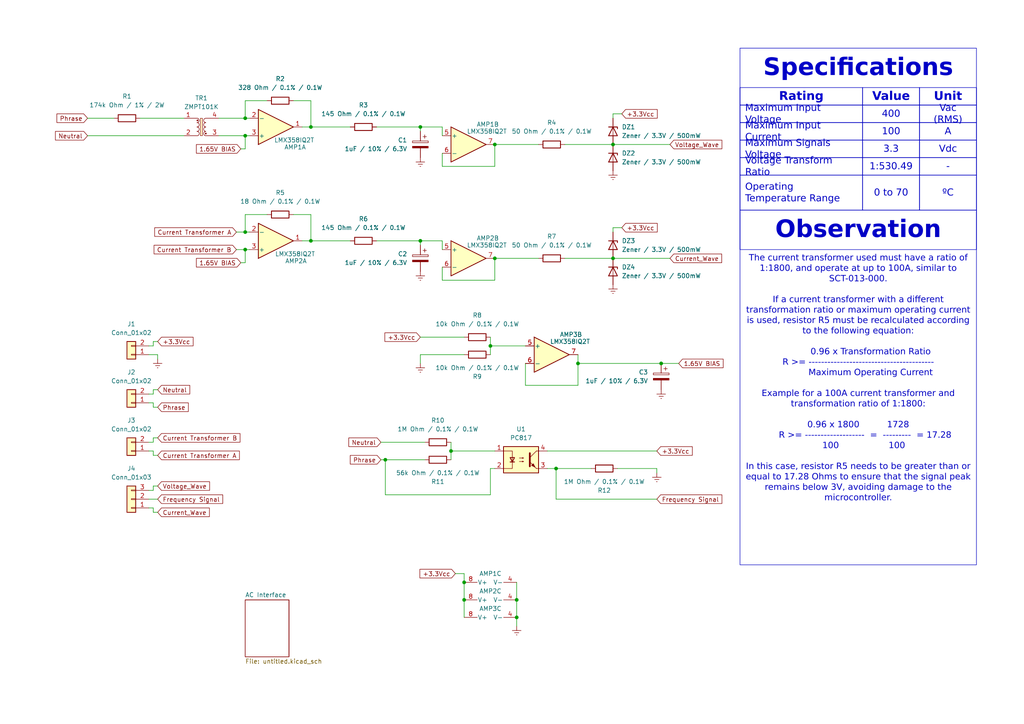
<source format=kicad_sch>
(kicad_sch (version 20231120) (generator "eeschema") (generator_version "8.0")
  (paper "A4")
  (title_block (title "Energy Module") (date "25/03/2025") (rev "2.0") (company "Lucas Rayan Guerra da Silva"))
  (lib_symbols
    (symbol "Amplifier_Operational:TL082" (pin_names (offset 0.127))
      (property "Reference" "U" (at 0 5.08 0))
      (property "Value" "TL082" (at 0 -5.08 0))
      (symbol "TL082_1_1"
        (polyline (pts (xy -5.08 5.08) (xy 5.08 0) (xy -5.08 -5.08) (xy -5.08 5.08)) (stroke (width 0.254)) (fill (type background)))
        (pin output line (at 7.62 0 180) (length 2.54) (name "~") (number "1"))
        (pin input line (at -7.62 -2.54 0) (length 2.54) (name "-") (number "2"))
        (pin input line (at -7.62 2.54 0) (length 2.54) (name "+") (number "3"))
      )
      (symbol "TL082_2_1"
        (polyline (pts (xy -5.08 5.08) (xy 5.08 0) (xy -5.08 -5.08) (xy -5.08 5.08)) (stroke (width 0.254)) (fill (type background)))
        (pin input line (at -7.62 2.54 0) (length 2.54) (name "+") (number "5"))
        (pin input line (at -7.62 -2.54 0) (length 2.54) (name "-") (number "6"))
        (pin output line (at 7.62 0 180) (length 2.54) (name "~") (number "7"))
      )
      (symbol "TL082_3_1"
        (pin power_in line (at -2.54 -7.62 90) (length 3.81) (name "V-") (number "4"))
        (pin power_in line (at -2.54 7.62 270) (length 3.81) (name "V+") (number "8"))
      )
    )
    (symbol "Connector_Generic:Conn_01x02" (pin_names (offset 1.016) hide)
      (property "Reference" "J" (at 0 2.54 0))
      (property "Value" "Conn_01x02" (at 0 -5.08 0))
      (symbol "Conn_01x02_1_1"
        (rectangle (start -1.27 -2.413) (end 0 -2.667) (stroke (width 0.1524)))
        (rectangle (start -1.27 0.127) (end 0 -0.127) (stroke (width 0.1524)))
        (rectangle (start -1.27 1.27) (end 1.27 -3.81) (stroke (width 0.254)) (fill (type background)))
        (pin passive line (at -5.08 0 0) (length 3.81) (name "Pin_1") (number "1"))
        (pin passive line (at -5.08 -2.54 0) (length 3.81) (name "Pin_2") (number "2"))
      )
    )
    (symbol "Connector_Generic:Conn_01x03" (pin_names (offset 1.016) hide)
      (property "Reference" "J" (at 0 5.08 0))
      (property "Value" "Conn_01x03" (at 0 -5.08 0))
      (symbol "Conn_01x03_1_1"
        (rectangle (start -1.27 -2.413) (end 0 -2.667) (stroke (width 0.1524)))
        (rectangle (start -1.27 0.127) (end 0 -0.127) (stroke (width 0.1524)))
        (rectangle (start -1.27 2.667) (end 0 2.413) (stroke (width 0.1524)))
        (rectangle (start -1.27 3.81) (end 1.27 -3.81) (stroke (width 0.254)) (fill (type background)))
        (pin passive line (at -5.08 2.54 0) (length 3.81) (name "Pin_1") (number "1"))
        (pin passive line (at -5.08 0 0) (length 3.81) (name "Pin_2") (number "2"))
        (pin passive line (at -5.08 -2.54 0) (length 3.81) (name "Pin_3") (number "3"))
      )
    )
    (symbol "Device:C_Polarized" (pin_numbers hide) (pin_names (offset 0.254))
      (property "Reference" "C" (at 0.635 2.54 0))
      (property "Value" "C_Polarized" (at 0.635 -2.54 0))
      (symbol "C_Polarized_0_1"
        (rectangle (start -2.286 0.508) (end 2.286 1.016))
        (polyline (pts (xy -1.778 2.286) (xy -0.762 2.286)))
        (polyline (pts (xy -1.27 2.794) (xy -1.27 1.778)))
        (rectangle (start 2.286 -0.508) (end -2.286 -1.016) (fill (type outline)))
      )
      (symbol "C_Polarized_1_1"
        (pin passive line (at 0 3.81 270) (length 2.794) (name "~") (number "1"))
        (pin passive line (at 0 -3.81 90) (length 2.794) (name "~") (number "2"))
      )
    )
    (symbol "Device:D_Zener" (pin_numbers hide) (pin_names (offset 1.016) hide)
      (property "Reference" "D" (at 0 2.54 0))
      (property "Value" "D_Zener" (at 0 -2.54 0))
      (symbol "D_Zener_0_1"
        (polyline (pts (xy 1.27 0) (xy -1.27 0)))
        (polyline (pts (xy -1.27 -1.27) (xy -1.27 1.27) (xy -0.762 1.27)) (stroke (width 0.254)))
        (polyline (pts (xy 1.27 -1.27) (xy 1.27 1.27) (xy -1.27 0) (xy 1.27 -1.27)) (stroke (width 0.254)))
      )
      (symbol "D_Zener_1_1"
        (pin passive line (at -3.81 0 0) (length 2.54) (name "K") (number "1"))
        (pin passive line (at 3.81 0 180) (length 2.54) (name "A") (number "2"))
      )
    )
    (symbol "Device:R" (pin_numbers hide) (pin_names (offset 0))
      (property "Reference" "R" (at 2.032 0 90))
      (property "Value" "R" (at 0 0 90))
      (symbol "R_0_1"
        (rectangle (start -1.016 -2.54) (end 1.016 2.54) (stroke (width 0.254)))
      )
      (symbol "R_1_1"
        (pin passive line (at 0 3.81 270) (length 1.27) (name "~") (number "1"))
        (pin passive line (at 0 -3.81 90) (length 1.27) (name "~") (number "2"))
      )
    )
    (symbol "Isolator:PC817" (pin_names (offset 1.016))
      (property "Reference" "U" (at -5.08 5.08 0))
      (property "Value" "PC817" (at 0 5.08 0))
      (symbol "PC817_0_1"
        (rectangle (start -5.08 3.81) (end 5.08 -3.81) (stroke (width 0.254)) (fill (type background)))
        (polyline (pts (xy -3.175 -0.635) (xy -1.905 -0.635)) (stroke (width 0.254)))
        (polyline (pts (xy 2.54 0.635) (xy 4.445 2.54)))
        (polyline (pts (xy 4.445 -2.54) (xy 2.54 -0.635)) (fill (type outline)))
        (polyline (pts (xy 4.445 -2.54) (xy 5.08 -2.54)))
        (polyline (pts (xy 4.445 2.54) (xy 5.08 2.54)))
        (polyline (pts (xy -5.08 2.54) (xy -2.54 2.54) (xy -2.54 -0.635)))
        (polyline (pts (xy -2.54 -0.635) (xy -2.54 -2.54) (xy -5.08 -2.54)))
        (polyline (pts (xy 2.54 1.905) (xy 2.54 -1.905) (xy 2.54 -1.905)) (stroke (width 0.508)))
        (polyline (pts (xy -2.54 -0.635) (xy -3.175 0.635) (xy -1.905 0.635) (xy -2.54 -0.635)) (stroke (width 0.254)))
        (polyline (pts (xy -0.508 -0.508) (xy 0.762 -0.508) (xy 0.381 -0.635) (xy 0.381 -0.381) (xy 0.762 -0.508)))
        (polyline (pts (xy -0.508 0.508) (xy 0.762 0.508) (xy 0.381 0.381) (xy 0.381 0.635) (xy 0.762 0.508)))
        (polyline (pts (xy 3.048 -1.651) (xy 3.556 -1.143) (xy 4.064 -2.159) (xy 3.048 -1.651) (xy 3.048 -1.651)) (fill (type outline)))
      )
      (symbol "PC817_1_1"
        (pin passive line (at -7.62 2.54 0) (length 2.54) (name "~") (number "1"))
        (pin passive line (at -7.62 -2.54 0) (length 2.54) (name "~") (number "2"))
        (pin passive line (at 7.62 -2.54 180) (length 2.54) (name "~") (number "3"))
        (pin passive line (at 7.62 2.54 180) (length 2.54) (name "~") (number "4"))
      )
    )
    (symbol "Transformer:ZMPT101K"
      (property "Reference" "TR" (at 0 4.445 0))
      (property "Value" "ZMPT101K" (at 0 -4.445 0))
      (symbol "ZMPT101K_0_1"
        (polyline (pts (xy -1.27 -2.54) (xy -2.54 -2.54)))
        (polyline (pts (xy -1.27 2.54) (xy -2.54 2.54)))
        (polyline (pts (xy 1.27 -2.54) (xy 2.54 -2.54)))
        (polyline (pts (xy 1.27 2.54) (xy 2.54 2.54)))
      )
      (symbol "ZMPT101K_1_1"
        (arc (start -1.27 -2.54) (mid -0.6377 -1.905) (end -1.27 -1.27))
        (arc (start -1.27 -1.27) (mid -0.6377 -0.635) (end -1.27 0))
        (arc (start -1.27 0) (mid -0.6377 0.635) (end -1.27 1.27))
        (arc (start -1.27 1.27) (mid -0.6377 1.905) (end -1.27 2.54))
        (circle (center -1.143 1.905) (radius 0.127) (stroke (width 0.254)))
        (rectangle (start -0.254 2.54) (end 0.254 -2.54) (fill (type background)))
        (circle (center 1.27 -1.905) (radius 0.127) (stroke (width 0.254)))
        (arc (start 1.27 -1.27) (mid 0.6377 -1.905) (end 1.27 -2.54))
        (arc (start 1.27 0) (mid 0.6377 -0.635) (end 1.27 -1.27))
        (arc (start 1.27 1.27) (mid 0.6377 0.635) (end 1.27 0))
        (arc (start 1.27 2.54) (mid 0.6377 1.905) (end 1.27 1.27))
        (pin passive line (at -5.08 2.54 0) (length 2.54) (name "~") (number "1"))
        (pin passive line (at -5.08 -2.54 0) (length 2.54) (name "~") (number "2"))
        (pin passive line (at 5.08 -2.54 180) (length 2.54) (name "~") (number "3"))
        (pin passive line (at 5.08 2.54 180) (length 2.54) (name "~") (number "4"))
      )
    )
    (symbol "power:Earth" (power) (pin_names (offset 0))
      (symbol "Earth_0_1"
        (polyline (pts (xy -0.635 -1.905) (xy 0.635 -1.905)))
        (polyline (pts (xy -0.127 -2.54) (xy 0.127 -2.54)))
        (polyline (pts (xy 0 -1.27) (xy 0 0)))
        (polyline (pts (xy 1.27 -1.27) (xy -1.27 -1.27)))
      )
      (symbol "Earth_1_1"
        (pin power_in line (at 0 0 270) (length 0) hide (name "Earth") (number "1"))
      )
    )
  )
  (junction (at 111.76 133.35))
  (junction (at 167.64 105.41))
  (junction (at 90.17 69.85))
  (junction (at 191.77 105.41))
  (junction (at 90.17 36.83))
  (junction (at 149.86 179.07))
  (junction (at 143.51 74.93))
  (junction (at 71.12 72.39))
  (junction (at 149.86 173.99))
  (junction (at 177.8 74.93))
  (junction (at 134.62 168.91))
  (junction (at 134.62 173.99))
  (junction (at 161.29 135.89))
  (junction (at 143.51 41.91))
  (junction (at 130.81 130.81))
  (junction (at 177.8 41.91))
  (junction (at 142.24 100.33))
  (junction (at 121.92 36.83))
  (junction (at 121.92 69.85))
  (junction (at 71.12 39.37))
  (junction (at 71.12 34.29))
  (junction (at 71.12 67.31))
  (wire (pts (xy 90.17 69.85) (xy 87.63 69.85)))
  (wire (pts (xy 180.34 33.02) (xy 177.8 33.02)))
  (wire (pts (xy 85.09 62.23) (xy 90.17 62.23)))
  (wire (pts (xy 130.81 130.81) (xy 143.51 130.81)))
  (wire (pts (xy 111.76 143.51) (xy 142.24 143.51)))
  (wire (pts (xy 152.4 105.41) (xy 152.4 111.76)))
  (wire (pts (xy 85.09 29.21) (xy 90.17 29.21)))
  (wire (pts (xy 134.62 166.37) (xy 134.62 168.91)))
  (wire (pts (xy 25.4 34.29) (xy 33.02 34.29)))
  (wire (pts (xy 149.86 168.91) (xy 149.86 173.99)))
  (wire (pts (xy 44.45 140.97) (xy 45.72 140.97)))
  (wire (pts (xy 143.51 41.91) (xy 143.51 48.26)))
  (wire (pts (xy 142.24 100.33) (xy 142.24 102.87)))
  (wire (pts (xy 109.22 69.85) (xy 121.92 69.85)))
  (wire (pts (xy 109.22 36.83) (xy 121.92 36.83)))
  (wire (pts (xy 121.92 69.85) (xy 128.27 69.85)))
  (wire (pts (xy 163.83 74.93) (xy 177.8 74.93)))
  (wire (pts (xy 90.17 69.85) (xy 101.6 69.85)))
  (wire (pts (xy 44.45 118.11) (xy 44.45 116.84)))
  (wire (pts (xy 111.76 133.35) (xy 123.19 133.35)))
  (wire (pts (xy 44.45 100.33) (xy 43.18 100.33)))
  (wire (pts (xy 44.45 99.06) (xy 44.45 100.33)))
  (wire (pts (xy 134.62 179.07) (xy 134.62 173.99)))
  (wire (pts (xy 45.72 102.87) (xy 45.72 104.14)))
  (wire (pts (xy 69.85 76.2) (xy 71.12 76.2)))
  (wire (pts (xy 71.12 34.29) (xy 72.39 34.29)))
  (wire (pts (xy 121.92 105.41) (xy 121.92 102.87)))
  (wire (pts (xy 177.8 74.93) (xy 194.31 74.93)))
  (wire (pts (xy 45.72 132.08) (xy 44.45 132.08)))
  (wire (pts (xy 90.17 36.83) (xy 87.63 36.83)))
  (wire (pts (xy 44.45 114.3) (xy 43.18 114.3)))
  (wire (pts (xy 44.45 148.59) (xy 45.72 148.59)))
  (wire (pts (xy 44.45 147.32) (xy 44.45 148.59)))
  (wire (pts (xy 71.12 76.2) (xy 71.12 72.39)))
  (wire (pts (xy 69.85 43.18) (xy 71.12 43.18)))
  (wire (pts (xy 161.29 135.89) (xy 161.29 144.78)))
  (wire (pts (xy 143.51 41.91) (xy 156.21 41.91)))
  (wire (pts (xy 71.12 29.21) (xy 77.47 29.21)))
  (wire (pts (xy 71.12 67.31) (xy 72.39 67.31)))
  (wire (pts (xy 71.12 62.23) (xy 77.47 62.23)))
  (wire (pts (xy 111.76 133.35) (xy 110.49 133.35)))
  (wire (pts (xy 191.77 105.41) (xy 196.85 105.41)))
  (wire (pts (xy 68.58 67.31) (xy 71.12 67.31)))
  (wire (pts (xy 180.34 66.04) (xy 177.8 66.04)))
  (wire (pts (xy 43.18 147.32) (xy 44.45 147.32)))
  (wire (pts (xy 163.83 41.91) (xy 177.8 41.91)))
  (wire (pts (xy 45.72 113.03) (xy 44.45 113.03)))
  (wire (pts (xy 44.45 130.81) (xy 43.18 130.81)))
  (wire (pts (xy 71.12 72.39) (xy 72.39 72.39)))
  (wire (pts (xy 111.76 133.35) (xy 111.76 143.51)))
  (wire (pts (xy 121.92 102.87) (xy 134.62 102.87)))
  (wire (pts (xy 71.12 43.18) (xy 71.12 39.37)))
  (wire (pts (xy 167.64 102.87) (xy 167.64 105.41)))
  (wire (pts (xy 110.49 128.27) (xy 123.19 128.27)))
  (wire (pts (xy 142.24 135.89) (xy 142.24 143.51)))
  (wire (pts (xy 158.75 130.81) (xy 190.5 130.81)))
  (wire (pts (xy 71.12 62.23) (xy 71.12 67.31)))
  (wire (pts (xy 90.17 36.83) (xy 101.6 36.83)))
  (wire (pts (xy 90.17 62.23) (xy 90.17 69.85)))
  (wire (pts (xy 44.45 132.08) (xy 44.45 130.81)))
  (wire (pts (xy 161.29 144.78) (xy 190.5 144.78)))
  (wire (pts (xy 143.51 135.89) (xy 142.24 135.89)))
  (wire (pts (xy 190.5 135.89) (xy 190.5 137.16)))
  (wire (pts (xy 121.92 97.79) (xy 134.62 97.79)))
  (wire (pts (xy 143.51 74.93) (xy 156.21 74.93)))
  (wire (pts (xy 142.24 100.33) (xy 152.4 100.33)))
  (wire (pts (xy 121.92 36.83) (xy 128.27 36.83)))
  (wire (pts (xy 167.64 105.41) (xy 191.77 105.41)))
  (wire (pts (xy 121.92 69.85) (xy 121.92 71.12)))
  (wire (pts (xy 143.51 74.93) (xy 143.51 81.28)))
  (wire (pts (xy 167.64 111.76) (xy 167.64 105.41)))
  (wire (pts (xy 179.07 135.89) (xy 190.5 135.89)))
  (wire (pts (xy 149.86 179.07) (xy 149.86 181.61)))
  (wire (pts (xy 128.27 36.83) (xy 128.27 39.37)))
  (wire (pts (xy 130.81 130.81) (xy 130.81 133.35)))
  (wire (pts (xy 43.18 144.78) (xy 45.72 144.78)))
  (wire (pts (xy 128.27 77.47) (xy 128.27 81.28)))
  (wire (pts (xy 158.75 135.89) (xy 161.29 135.89)))
  (wire (pts (xy 63.5 39.37) (xy 71.12 39.37)))
  (wire (pts (xy 132.08 166.37) (xy 134.62 166.37)))
  (wire (pts (xy 44.45 116.84) (xy 43.18 116.84)))
  (wire (pts (xy 128.27 48.26) (xy 143.51 48.26)))
  (wire (pts (xy 130.81 128.27) (xy 130.81 130.81)))
  (wire (pts (xy 152.4 111.76) (xy 167.64 111.76)))
  (wire (pts (xy 128.27 69.85) (xy 128.27 72.39)))
  (wire (pts (xy 43.18 142.24) (xy 44.45 142.24)))
  (wire (pts (xy 121.92 36.83) (xy 121.92 38.1)))
  (wire (pts (xy 142.24 97.79) (xy 142.24 100.33)))
  (wire (pts (xy 43.18 102.87) (xy 45.72 102.87)))
  (wire (pts (xy 44.45 113.03) (xy 44.45 114.3)))
  (wire (pts (xy 161.29 135.89) (xy 171.45 135.89)))
  (wire (pts (xy 90.17 29.21) (xy 90.17 36.83)))
  (wire (pts (xy 177.8 41.91) (xy 194.31 41.91)))
  (wire (pts (xy 25.4 39.37) (xy 53.34 39.37)))
  (wire (pts (xy 63.5 34.29) (xy 71.12 34.29)))
  (wire (pts (xy 177.8 33.02) (xy 177.8 34.29)))
  (wire (pts (xy 71.12 39.37) (xy 72.39 39.37)))
  (wire (pts (xy 45.72 118.11) (xy 44.45 118.11)))
  (wire (pts (xy 71.12 29.21) (xy 71.12 34.29)))
  (wire (pts (xy 128.27 44.45) (xy 128.27 48.26)))
  (wire (pts (xy 45.72 99.06) (xy 44.45 99.06)))
  (wire (pts (xy 68.58 72.39) (xy 71.12 72.39)))
  (wire (pts (xy 45.72 127) (xy 44.45 127)))
  (wire (pts (xy 149.86 173.99) (xy 149.86 179.07)))
  (wire (pts (xy 134.62 173.99) (xy 134.62 168.91)))
  (wire (pts (xy 44.45 127) (xy 44.45 128.27)))
  (wire (pts (xy 44.45 128.27) (xy 43.18 128.27)))
  (wire (pts (xy 44.45 142.24) (xy 44.45 140.97)))
  (wire (pts (xy 128.27 81.28) (xy 143.51 81.28)))
  (wire (pts (xy 40.64 34.29) (xy 53.34 34.29)))
  (wire (pts (xy 177.8 66.04) (xy 177.8 67.31)))
  (rectangle (start 214.63 60.96) (end 283.21 72.39))
  (rectangle (start 214.63 13.97) (end 283.21 163.83))
  (text_box "Value" (at 250.19 25.4 0) (size 16.51 5.08) (effects (font (size 2.5 2.5) (thickness 0.5) (bold yes))))
  (text_box "Maximum Signals Voltage" (at 214.63 40.64 0) (size 35.56 5.08) (effects (font (size 2 2)) (justify left)))
  (text_box "1:530.49" (at 250.19 45.72 0) (size 16.51 5.08) (effects (font (size 2 2))))
  (text_box "A" (at 266.7 35.56 0) (size 16.51 5.08) (effects (font (size 2 2))))
  (text_box "Operating Temperature Range" (at 214.63 50.8 0) (size 35.56 10.16) (effects (font (size 2 2)) (justify left)))
  (text_box "The current transformer used must have a ratio of 1:1800, and operate at up to 100A, similar to SCT-013-000.\n\nIf a current transformer with a different transformation ratio or maximum operating current is used, resistor R5 must be recalculated according to the following equation:\n\n         0.96 x Transformation Ratio\nR >= ----------------------------------------\n         Maximum Operating Current\n\nExample for a 100A current transformer and transformation ratio of 1:1800:\n\n0.96 x 1800          1728\n     R >= -------------------  =  ---------  = 17.28\n    100                  100 \n\nIn this case, resistor R5 needs to be greater than or equal to 17.28 Ohms to ensure that the signal peak remains below 3V, avoiding damage to the microcontroller." (at 214.63 72.39 0) (size 68.58 92.71) (stroke (width -0.0001)) (effects (font (size 1.8 1.8)) (justify top)))
  (text_box "-" (at 266.7 45.72 0) (size 16.51 5.08) (effects (font (size 2 2))))
  (text_box "Observation" (at 214.63 60.96 0) (size 68.58 11.43) (stroke (width -0.0001)) (effects (font (size 5 5) (thickness 0.8) (bold yes))))
  (text_box "Maximum Input Voltage" (at 214.63 30.48 0) (size 35.56 5.08) (effects (font (size 2 2)) (justify left)))
  (text_box "100" (at 250.19 35.56 0) (size 16.51 5.08) (effects (font (size 2 2))))
  (text_box "Voltage Transform Ratio" (at 214.63 45.72 0) (size 35.56 5.08) (effects (font (size 2 2)) (justify left)))
  (text_box "Unit" (at 266.7 25.4 0) (size 16.51 5.08) (effects (font (size 2.5 2.5) (thickness 0.5) (bold yes))))
  (text_box "Vac (RMS)" (at 266.7 30.48 0) (size 16.51 5.08) (effects (font (size 2 2))))
  (text_box "3.3" (at 250.19 40.64 0) (size 16.51 5.08) (effects (font (size 2 2))))
  (text_box "ºC" (at 266.7 50.8 0) (size 16.51 10.16) (effects (font (size 2 2))))
  (text_box "0 to 70" (at 250.19 50.8 0) (size 16.51 10.16) (effects (font (size 2 2))))
  (text_box "400" (at 250.19 30.48 0) (size 16.51 5.08) (effects (font (size 2 2))))
  (text_box "Rating" (at 214.63 25.4 0) (size 35.56 5.08) (effects (font (size 2.5 2.5) (thickness 0.5) (bold yes))))
  (text_box "Specifications" (at 214.63 13.97 0) (size 68.58 11.43) (stroke (width -0.0001)) (effects (font (size 5 5) (thickness 0.8) (bold yes))))
  (text_box "Vdc" (at 266.7 40.64 0) (size 16.51 5.08) (effects (font (size 2 2))))
  (text_box "Maximum Input Current" (at 214.63 35.56 0) (size 35.56 5.08) (effects (font (size 2 2)) (justify left)))
  (global_label "Neutral" (shape input) (at 45.72 113.03 0) (property "Intersheetrefs" "${INTERSHEET_REFS}" (effects (hide yes))))
  (global_label "Voltage_Wave" (shape input) (at 194.31 41.91 0) (property "Intersheetrefs" "${INTERSHEET_REFS}" (effects (hide yes))))
  (global_label "1.65V BIAS" (shape input) (at 196.85 105.41 0) (property "Intersheetrefs" "${INTERSHEET_REFS}" (effects (hide yes))))
  (global_label "Current Transformer B" (shape input) (at 45.72 127 0) (property "Intersheetrefs" "${INTERSHEET_REFS}" (effects (hide yes))))
  (global_label "+3.3Vcc" (shape input) (at 180.34 33.02 0) (property "Intersheetrefs" "${INTERSHEET_REFS}" (effects (hide yes))))
  (global_label "Neutral" (shape input) (at 25.4 39.37 180) (property "Intersheetrefs" "${INTERSHEET_REFS}" (effects (hide yes))))
  (global_label "Neutral" (shape input) (at 110.49 128.27 180) (property "Intersheetrefs" "${INTERSHEET_REFS}" (effects (hide yes))))
  (global_label "Phrase" (shape input) (at 45.72 118.11 0) (property "Intersheetrefs" "${INTERSHEET_REFS}" (effects (hide yes))))
  (global_label "+3.3Vcc" (shape input) (at 132.08 166.37 180) (property "Intersheetrefs" "${INTERSHEET_REFS}" (effects (hide yes))))
  (global_label "Current Transformer A" (shape input) (at 68.58 67.31 180) (property "Intersheetrefs" "${INTERSHEET_REFS}" (effects (hide yes))))
  (global_label "+3.3Vcc" (shape input) (at 121.92 97.79 180) (property "Intersheetrefs" "${INTERSHEET_REFS}" (effects (hide yes))))
  (global_label "+3.3Vcc" (shape input) (at 190.5 130.81 0) (property "Intersheetrefs" "${INTERSHEET_REFS}" (effects (hide yes))))
  (global_label "Frequency Signal" (shape input) (at 190.5 144.78 0) (property "Intersheetrefs" "${INTERSHEET_REFS}" (effects (hide yes))))
  (global_label "Current_Wave" (shape input) (at 45.72 148.59 0) (property "Intersheetrefs" "${INTERSHEET_REFS}" (effects (hide yes))))
  (global_label "1.65V BIAS" (shape input) (at 69.85 43.18 180) (property "Intersheetrefs" "${INTERSHEET_REFS}" (effects (hide yes))))
  (global_label "Current Transformer B" (shape input) (at 68.58 72.39 180) (property "Intersheetrefs" "${INTERSHEET_REFS}" (effects (hide yes))))
  (global_label "Voltage_Wave" (shape input) (at 45.72 140.97 0) (property "Intersheetrefs" "${INTERSHEET_REFS}" (effects (hide yes))))
  (global_label "Phrase" (shape input) (at 25.4 34.29 180) (property "Intersheetrefs" "${INTERSHEET_REFS}" (effects (hide yes))))
  (global_label "1.65V BIAS" (shape input) (at 69.85 76.2 180) (property "Intersheetrefs" "${INTERSHEET_REFS}" (effects (hide yes))))
  (global_label "Phrase" (shape input) (at 110.49 133.35 180) (property "Intersheetrefs" "${INTERSHEET_REFS}" (effects (hide yes))))
  (global_label "Current_Wave" (shape input) (at 194.31 74.93 0) (property "Intersheetrefs" "${INTERSHEET_REFS}" (effects (hide yes))))
  (global_label "+3.3Vcc" (shape input) (at 180.34 66.04 0) (property "Intersheetrefs" "${INTERSHEET_REFS}" (effects (hide yes))))
  (global_label "Frequency Signal" (shape input) (at 45.72 144.78 0) (property "Intersheetrefs" "${INTERSHEET_REFS}" (effects (hide yes))))
  (global_label "+3.3Vcc" (shape input) (at 45.72 99.06 0) (property "Intersheetrefs" "${INTERSHEET_REFS}" (effects (hide yes))))
  (global_label "Current Transformer A" (shape input) (at 45.72 132.08 0) (property "Intersheetrefs" "${INTERSHEET_REFS}" (effects (hide yes))))
  (symbol (lib_id "Device:R") (at 105.41 69.85 90) (unit 1)
    (property "Reference" "R6" (at 105.41 63.5 90))
    (property "Value" "145 Ohm / 0.1% / 0.1W" (at 105.41 66.04 90))
    (property "Footprint" "Resistor_SMD:R_0603_1608Metric" (effects (hide yes)))
    (property "Description" "Resistor" (effects (hide yes)))
  )
  (symbol (lib_id "Device:R") (at 127 128.27 90) (unit 1)
    (property "Reference" "R10" (at 127 121.92 90))
    (property "Value" "1M Ohm / 0.1% / 0.1W" (at 127 124.46 90))
    (property "Footprint" "Resistor_SMD:R_0603_1608Metric" (effects (hide yes)))
    (property "Description" "Resistor" (effects (hide yes)))
  )
  (symbol (lib_id "Device:R") (at 138.43 102.87 270) (unit 1)
    (property "Reference" "R9" (at 138.43 109.22 90))
    (property "Value" "10k Ohm / 0.1% / 0.1W" (at 138.43 106.68 90))
    (property "Footprint" "Resistor_SMD:R_0603_1608Metric" (effects (hide yes)))
    (property "Description" "Resistor" (effects (hide yes)))
  )
  (symbol (lib_id "Connector_Generic:Conn_01x03") (at 38.1 144.78 180) (unit 1)
    (property "Reference" "J4" (at 38.1 135.89 0))
    (property "Value" "Conn_01x03" (at 38.1 138.43 0))
    (property "Footprint" "Connector_PinHeader_2.54mm:PinHeader_1x03_P2.54mm_Vertical" (effects (hide yes)))
    (property "Description" "Generic connector, single row, 01x03, script generated (kicad-library-utils/schlib/autogen/connector/)" (effects (hide yes)))
  )
  (symbol (lib_id "Device:R") (at 105.41 36.83 90) (unit 1)
    (property "Reference" "R3" (at 105.41 30.48 90))
    (property "Value" "145 Ohm / 0.1% / 0.1W" (at 105.41 33.02 90))
    (property "Footprint" "Resistor_SMD:R_0603_1608Metric" (effects (hide yes)))
    (property "Description" "Resistor" (effects (hide yes)))
  )
  (symbol (lib_id "Device:R") (at 138.43 97.79 90) (unit 1)
    (property "Reference" "R8" (at 138.43 91.44 90))
    (property "Value" "10k Ohm / 0.1% / 0.1W" (at 138.43 93.98 90))
    (property "Footprint" "Resistor_SMD:R_0603_1608Metric" (effects (hide yes)))
    (property "Description" "Resistor" (effects (hide yes)))
  )
  (symbol (lib_id "power:Earth") (at 121.92 105.41 0) (mirror y) (unit 1)
    (property "Reference" "#PWR06" (effects (hide yes)))
    (property "Value" "Earth" (effects (hide yes)))
  )
  (symbol (lib_id "Device:C_Polarized") (at 191.77 109.22 0) (mirror y) (unit 1)
    (property "Reference" "C3" (at 187.96 107.95 0) (effects (justify left)))
    (property "Value" "1uF / 10% / 6.3V" (at 187.96 110.49 0) (effects (justify left)))
    (property "Footprint" "Capacitor_SMD:C_0201_0603Metric" (effects (hide yes)))
  )
  (symbol (lib_id "Amplifier_Operational:TL082") (at 160.02 102.87 0) (unit 2)
    (property "Reference" "AMP3" (at 165.608 97.028 0))
    (property "Value" "LMX358IQ2T" (at 165.354 99.06 0))
    (property "Footprint" "Package_DFN_QFN:DFN-8-1EP_6x5mm_P1.27mm_EP2x2mm" (effects (hide yes)))
    (property "Datasheet" "http://www.ti.com/lit/ds/symlink/tl081.pdf" (effects (hide yes)))
  )
  (symbol (lib_id "Connector_Generic:Conn_01x02") (at 38.1 130.81 180) (unit 1)
    (property "Reference" "J3" (at 38.1 121.92 0))
    (property "Value" "Conn_01x02" (at 38.1 124.46 0))
    (property "Footprint" "Connector_Phoenix_MC:PhoenixContact_MC_1,5_2-G-3.81_1x02_P3.81mm_Horizontal" (effects (hide yes)))
    (property "Description" "Generic connector, single row, 01x02, script generated (kicad-library-utils/schlib/autogen/connector/)" (effects (hide yes)))
  )
  (symbol (lib_id "power:Earth") (at 191.77 113.03 0) (mirror y) (unit 1)
    (property "Reference" "#PWR09" (effects (hide yes)))
    (property "Value" "Earth" (effects (hide yes)))
  )
  (symbol (lib_id "Device:R") (at 127 133.35 270) (unit 1)
    (property "Reference" "R11" (at 127 139.7 90))
    (property "Value" "56k Ohm / 0.1% / 0.1W" (at 127 137.16 90))
    (property "Footprint" "Resistor_SMD:R_0603_1608Metric" (effects (hide yes)))
    (property "Description" "Resistor" (effects (hide yes)))
  )
  (symbol (lib_id "Device:R") (at 36.83 34.29 90) (unit 1)
    (property "Reference" "R1" (at 36.83 27.94 90))
    (property "Value" "174k Ohm / 1% / 2W" (at 36.83 30.48 90))
    (property "Footprint" "Resistor_SMD:R_2512_6332Metric" (effects (hide yes)))
    (property "Description" "Resistor" (effects (hide yes)))
  )
  (symbol (lib_id "Connector_Generic:Conn_01x02") (at 38.1 102.87 180) (unit 1)
    (property "Reference" "J1" (at 38.1 93.98 0))
    (property "Value" "Conn_01x02" (at 38.1 96.52 0))
    (property "Footprint" "Connector_PinHeader_2.54mm:PinHeader_1x02_P2.54mm_Vertical" (effects (hide yes)))
    (property "Description" "Generic connector, single row, 01x02, script generated (kicad-library-utils/schlib/autogen/connector/)" (effects (hide yes)))
  )
  (symbol (lib_id "Isolator:PC817") (at 151.13 133.35 0) (unit 1)
    (property "Reference" "U1" (at 151.13 124.46 0))
    (property "Value" "PC817" (at 151.13 127 0))
    (property "Footprint" "Package_DIP:DIP-4_W7.62mm_SMDSocket_SmallPads" (effects (hide yes)))
    (property "Datasheet" "http://www.soselectronic.cz/a_info/resource/d/pc817.pdf" (effects (hide yes)))
    (property "Description" "DC Optocoupler, Vce 35V, CTR 50-300%, DIP-4" (effects (hide yes)))
  )
  (symbol (lib_id "Device:R") (at 81.28 29.21 90) (unit 1)
    (property "Reference" "R2" (at 81.28 22.86 90))
    (property "Value" "328 Ohm / 0.1% / 0.1W" (at 81.28 25.4 90))
    (property "Footprint" "Resistor_SMD:R_0603_1608Metric" (effects (hide yes)))
    (property "Description" "Resistor" (effects (hide yes)))
  )
  (symbol (lib_id "Device:C_Polarized") (at 121.92 74.93 0) (mirror y) (unit 1)
    (property "Reference" "C2" (at 118.11 73.66 0) (effects (justify left)))
    (property "Value" "1uF / 10% / 6.3V" (at 118.11 76.2 0) (effects (justify left)))
    (property "Footprint" "Capacitor_SMD:C_0201_0603Metric" (effects (hide yes)))
  )
  (symbol (lib_id "Device:R") (at 160.02 74.93 90) (unit 1)
    (property "Reference" "R7" (at 160.02 68.58 90))
    (property "Value" "50 Ohm / 0.1% / 0.1W" (at 160.02 71.12 90))
    (property "Footprint" "Resistor_SMD:R_0603_1608Metric" (effects (hide yes)))
    (property "Description" "Resistor" (effects (hide yes)))
  )
  (symbol (lib_id "Device:R") (at 81.28 62.23 90) (unit 1)
    (property "Reference" "R5" (at 81.28 55.88 90))
    (property "Value" "18 Ohm / 0.1% / 0.1W" (at 81.28 58.42 90))
    (property "Footprint" "Resistor_SMD:R_0603_1608Metric" (effects (hide yes)))
    (property "Description" "Resistor" (effects (hide yes)))
  )
  (symbol (lib_id "Amplifier_Operational:TL082") (at 135.89 41.91 0) (unit 2)
    (property "Reference" "AMP1" (at 141.478 36.068 0))
    (property "Value" "LMX358IQ2T" (at 141.224 38.1 0))
    (property "Footprint" "Package_DFN_QFN:DFN-8-1EP_6x5mm_P1.27mm_EP2x2mm" (effects (hide yes)))
    (property "Datasheet" "http://www.ti.com/lit/ds/symlink/tl081.pdf" (effects (hide yes)))
  )
  (symbol (lib_id "power:Earth") (at 45.72 104.14 0) (mirror y) (unit 1)
    (property "Reference" "#PWR07" (effects (hide yes)))
    (property "Value" "Earth" (effects (hide yes)))
  )
  (symbol (lib_id "Transformer:ZMPT101K") (at 58.42 36.83 0) (unit 1)
    (property "Reference" "TR1" (at 58.42 28.448 0))
    (property "Value" "ZMPT101K" (at 58.42 30.988 0))
    (property "Footprint" "Transformer_THT:Transformer_Zeming_ZMPT101K" (effects (hide yes)))
    (property "Datasheet" "https://5krorwxhmqqirik.leadongcdn.com/ZMPT101K+specification-aidikBqoKomRilSkopqmikp.pdf" (effects (hide yes)))
    (property "Description" "Qingxian Zeming Langxi Electronic ZMPT101K voltage transformer 1000:1000 2mA:2mA" (effects (hide yes)))
  )
  (symbol (lib_id "power:Earth") (at 121.92 78.74 0) (unit 1)
    (property "Reference" "#PWR04" (effects (hide yes)))
    (property "Value" "Earth" (effects (hide yes)))
  )
  (symbol (lib_id "Amplifier_Operational:TL082") (at 135.89 74.93 0) (unit 2)
    (property "Reference" "AMP2" (at 141.478 69.088 0))
    (property "Value" "LMX358IQ2T" (at 141.224 71.12 0))
    (property "Footprint" "Package_DFN_QFN:DFN-8-1EP_6x5mm_P1.27mm_EP2x2mm" (effects (hide yes)))
    (property "Datasheet" "http://www.ti.com/lit/ds/symlink/tl081.pdf" (effects (hide yes)))
  )
  (symbol (lib_id "Device:R") (at 160.02 41.91 90) (unit 1)
    (property "Reference" "R4" (at 160.02 35.56 90))
    (property "Value" "50 Ohm / 0.1% / 0.1W" (at 160.02 38.1 90))
    (property "Footprint" "Resistor_SMD:R_0603_1608Metric" (effects (hide yes)))
    (property "Description" "Resistor" (effects (hide yes)))
  )
  (symbol (lib_id "power:Earth") (at 177.8 82.55 0) (mirror y) (unit 1)
    (property "Reference" "#PWR05" (effects (hide yes)))
    (property "Value" "Earth" (effects (hide yes)))
  )
  (symbol (lib_id "Amplifier_Operational:TL082") (at 80.01 36.83 0) (mirror x) (unit 1)
    (property "Reference" "AMP1" (at 85.598 42.672 0))
    (property "Value" "LMX358IQ2T" (at 85.344 40.64 0))
    (property "Footprint" "Package_DFN_QFN:DFN-8-1EP_6x5mm_P1.27mm_EP2x2mm" (effects (hide yes)))
    (property "Datasheet" "http://www.ti.com/lit/ds/symlink/tl081.pdf" (effects (hide yes)))
  )
  (symbol (lib_id "Device:C_Polarized") (at 121.92 41.91 0) (mirror y) (unit 1)
    (property "Reference" "C1" (at 118.11 40.64 0) (effects (justify left)))
    (property "Value" "1uF / 10% / 6.3V" (at 118.11 43.18 0) (effects (justify left)))
    (property "Footprint" "Capacitor_SMD:C_0201_0603Metric" (effects (hide yes)))
  )
  (symbol (lib_id "Device:D_Zener") (at 177.8 38.1 270) (unit 1)
    (property "Reference" "DZ1" (at 180.34 36.8299 90) (effects (justify left)))
    (property "Value" "Zener / 3.3V / 500mW" (at 180.34 39.3699 90) (effects (justify left)))
    (property "Footprint" "Diode_SMD:D_SOD-123" (effects (hide yes)))
    (property "Description" "Zener diode" (effects (hide yes)))
  )
  (symbol (lib_id "Amplifier_Operational:TL082") (at 142.24 181.61 90) (mirror x) (unit 3)
    (property "Reference" "AMP3" (at 142.24 176.53 90))
    (property "Value" "LMX358IQ2T" (effects (hide yes)))
    (property "Footprint" "Package_DFN_QFN:DFN-8-1EP_6x5mm_P1.27mm_EP2x2mm" (effects (hide yes)))
    (property "Datasheet" "http://www.ti.com/lit/ds/symlink/tl081.pdf" (effects (hide yes)))
  )
  (symbol (lib_id "Device:D_Zener") (at 177.8 45.72 270) (unit 1)
    (property "Reference" "DZ2" (at 180.34 44.4499 90) (effects (justify left)))
    (property "Value" "Zener / 3.3V / 500mW" (at 180.34 46.9899 90) (effects (justify left)))
    (property "Footprint" "Diode_SMD:D_SOD-123" (effects (hide yes)))
    (property "Description" "Zener diode" (effects (hide yes)))
  )
  (symbol (lib_id "power:Earth") (at 190.5 137.16 0) (unit 1)
    (property "Reference" "#PWR03" (effects (hide yes)))
    (property "Value" "Earth" (effects (hide yes)))
  )
  (symbol (lib_id "power:Earth") (at 177.8 49.53 0) (mirror y) (unit 1)
    (property "Reference" "#PWR02" (effects (hide yes)))
    (property "Value" "Earth" (effects (hide yes)))
  )
  (symbol (lib_id "Amplifier_Operational:TL082") (at 80.01 69.85 0) (mirror x) (unit 1)
    (property "Reference" "AMP2" (at 85.852 75.692 0))
    (property "Value" "LMX358IQ2T" (at 85.598 73.66 0))
    (property "Footprint" "Package_DFN_QFN:DFN-8-1EP_6x5mm_P1.27mm_EP2x2mm" (effects (hide yes)))
    (property "Datasheet" "http://www.ti.com/lit/ds/symlink/tl081.pdf" (effects (hide yes)))
  )
  (symbol (lib_id "Amplifier_Operational:TL082") (at 142.24 171.45 90) (mirror x) (unit 3)
    (property "Reference" "AMP1" (at 142.24 166.37 90))
    (property "Value" "LMX358IQ2T" (effects (hide yes)))
    (property "Footprint" "Package_DFN_QFN:DFN-8-1EP_6x5mm_P1.27mm_EP2x2mm" (effects (hide yes)))
    (property "Datasheet" "http://www.ti.com/lit/ds/symlink/tl081.pdf" (effects (hide yes)))
  )
  (symbol (lib_id "Device:D_Zener") (at 177.8 78.74 270) (unit 1)
    (property "Reference" "DZ4" (at 180.34 77.4699 90) (effects (justify left)))
    (property "Value" "Zener / 3.3V / 500mW" (at 180.34 80.0099 90) (effects (justify left)))
    (property "Footprint" "Diode_SMD:D_SOD-123" (effects (hide yes)))
    (property "Description" "Zener diode" (effects (hide yes)))
  )
  (symbol (lib_id "Device:R") (at 175.26 135.89 270) (unit 1)
    (property "Reference" "R12" (at 175.26 142.24 90))
    (property "Value" "1M Ohm / 0.1% / 0.1W" (at 175.26 139.7 90))
    (property "Footprint" "Resistor_SMD:R_0603_1608Metric" (effects (hide yes)))
    (property "Description" "Resistor" (effects (hide yes)))
  )
  (symbol (lib_id "Device:D_Zener") (at 177.8 71.12 270) (unit 1)
    (property "Reference" "DZ3" (at 180.34 69.8499 90) (effects (justify left)))
    (property "Value" "Zener / 3.3V / 500mW" (at 180.34 72.3899 90) (effects (justify left)))
    (property "Footprint" "Diode_SMD:D_SOD-123" (effects (hide yes)))
    (property "Description" "Zener diode" (effects (hide yes)))
  )
  (symbol (lib_id "Amplifier_Operational:TL082") (at 142.24 176.53 90) (mirror x) (unit 3)
    (property "Reference" "AMP2" (at 142.24 171.45 90))
    (property "Value" "LMX358IQ2T" (effects (hide yes)))
    (property "Footprint" "Package_DFN_QFN:DFN-8-1EP_6x5mm_P1.27mm_EP2x2mm" (effects (hide yes)))
    (property "Datasheet" "http://www.ti.com/lit/ds/symlink/tl081.pdf" (effects (hide yes)))
  )
  (symbol (lib_id "power:Earth") (at 149.86 181.61 0) (mirror y) (unit 1)
    (property "Reference" "#PWR08" (effects (hide yes)))
    (property "Value" "Earth" (effects (hide yes)))
  )
  (symbol (lib_id "Connector_Generic:Conn_01x02") (at 38.1 116.84 180) (unit 1)
    (property "Reference" "J2" (at 38.1 107.95 0))
    (property "Value" "Conn_01x02" (at 38.1 110.49 0))
    (property "Footprint" "Connector_Phoenix_MC:PhoenixContact_MC_1,5_2-G-3.81_1x02_P3.81mm_Horizontal" (effects (hide yes)))
    (property "Description" "Generic connector, single row, 01x02, script generated (kicad-library-utils/schlib/autogen/connector/)" (effects (hide yes)))
  )
  (symbol (lib_id "power:Earth") (at 121.92 45.72 0) (unit 1)
    (property "Reference" "#PWR01" (effects (hide yes)))
    (property "Value" "Earth" (effects (hide yes)))
  )
  (sheet (at 71.12 173.99) (size 12.7 16.51) (stroke (width 0.1524))
    (property "Sheetname" "AC Interface" (at 71.12 173.2784 0) (effects (justify left bottom)))
    (property "Sheetfile" "untitled.kicad_sch" (at 71.12 191.0846 0) (effects (justify left top)))
  )
)
</source>
